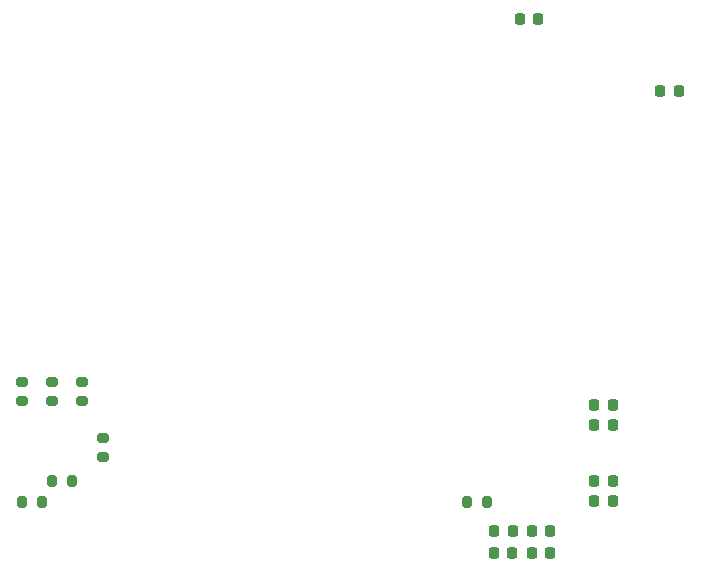
<source format=gbp>
G04 #@! TF.GenerationSoftware,KiCad,Pcbnew,(6.0.4-0)*
G04 #@! TF.CreationDate,2022-05-10T10:58:29-07:00*
G04 #@! TF.ProjectId,Labpass RFID Reader,4c616270-6173-4732-9052-464944205265,0.1.0*
G04 #@! TF.SameCoordinates,Original*
G04 #@! TF.FileFunction,Paste,Bot*
G04 #@! TF.FilePolarity,Positive*
%FSLAX46Y46*%
G04 Gerber Fmt 4.6, Leading zero omitted, Abs format (unit mm)*
G04 Created by KiCad (PCBNEW (6.0.4-0)) date 2022-05-10 10:58:29*
%MOMM*%
%LPD*%
G01*
G04 APERTURE LIST*
G04 Aperture macros list*
%AMRoundRect*
0 Rectangle with rounded corners*
0 $1 Rounding radius*
0 $2 $3 $4 $5 $6 $7 $8 $9 X,Y pos of 4 corners*
0 Add a 4 corners polygon primitive as box body*
4,1,4,$2,$3,$4,$5,$6,$7,$8,$9,$2,$3,0*
0 Add four circle primitives for the rounded corners*
1,1,$1+$1,$2,$3*
1,1,$1+$1,$4,$5*
1,1,$1+$1,$6,$7*
1,1,$1+$1,$8,$9*
0 Add four rect primitives between the rounded corners*
20,1,$1+$1,$2,$3,$4,$5,0*
20,1,$1+$1,$4,$5,$6,$7,0*
20,1,$1+$1,$6,$7,$8,$9,0*
20,1,$1+$1,$8,$9,$2,$3,0*%
G04 Aperture macros list end*
%ADD10RoundRect,0.200000X-0.275000X0.200000X-0.275000X-0.200000X0.275000X-0.200000X0.275000X0.200000X0*%
%ADD11RoundRect,0.200000X0.200000X0.275000X-0.200000X0.275000X-0.200000X-0.275000X0.200000X-0.275000X0*%
%ADD12RoundRect,0.225000X0.225000X0.250000X-0.225000X0.250000X-0.225000X-0.250000X0.225000X-0.250000X0*%
%ADD13RoundRect,0.200000X-0.200000X-0.275000X0.200000X-0.275000X0.200000X0.275000X-0.200000X0.275000X0*%
%ADD14RoundRect,0.225000X-0.225000X-0.250000X0.225000X-0.250000X0.225000X0.250000X-0.225000X0.250000X0*%
G04 APERTURE END LIST*
D10*
X116078000Y-109537000D03*
X116078000Y-107887000D03*
D11*
X115188000Y-116332000D03*
X113538000Y-116332000D03*
D10*
X110998000Y-109537000D03*
X110998000Y-107887000D03*
X117856000Y-114300000D03*
X117856000Y-112650000D03*
X113538000Y-109537000D03*
X113538000Y-107887000D03*
D11*
X112648000Y-118110000D03*
X110998000Y-118110000D03*
D12*
X160976169Y-111572169D03*
X159426169Y-111572169D03*
D13*
X148691169Y-118114169D03*
X150341169Y-118114169D03*
D14*
X159426169Y-109872169D03*
X160976169Y-109872169D03*
X159426169Y-116272169D03*
X160976169Y-116272169D03*
D12*
X160976169Y-118018169D03*
X159426169Y-118018169D03*
D14*
X150944169Y-122372169D03*
X152494169Y-122372169D03*
D12*
X152526169Y-120572169D03*
X150976169Y-120572169D03*
X166576169Y-83314169D03*
X165026169Y-83314169D03*
X155676169Y-122372169D03*
X154126169Y-122372169D03*
D14*
X154126169Y-120572169D03*
X155676169Y-120572169D03*
D12*
X154676169Y-77172169D03*
X153126169Y-77172169D03*
M02*

</source>
